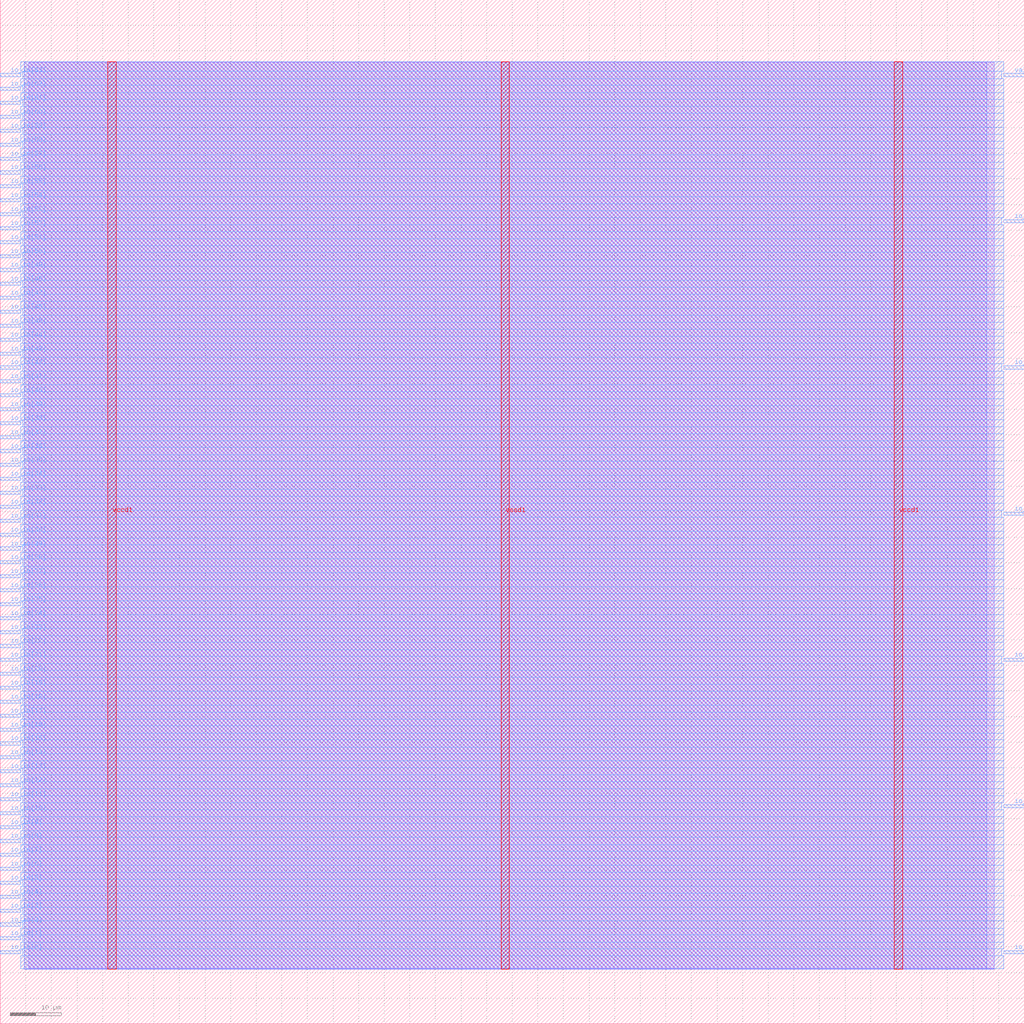
<source format=lef>
VERSION 5.7 ;
  NOWIREEXTENSIONATPIN ON ;
  DIVIDERCHAR "/" ;
  BUSBITCHARS "[]" ;
MACRO encoder_proj
  CLASS BLOCK ;
  FOREIGN encoder_proj ;
  ORIGIN 0.000 0.000 ;
  SIZE 200.000 BY 200.000 ;
  PIN io_in[0]
    DIRECTION INPUT ;
    USE SIGNAL ;
    ANTENNAGATEAREA 0.196500 ;
    PORT
      LAYER met3 ;
        RECT 0.000 13.640 4.000 14.240 ;
    END
  END io_in[0]
  PIN io_in[10]
    DIRECTION INPUT ;
    USE SIGNAL ;
    ANTENNAGATEAREA 0.196500 ;
    PORT
      LAYER met3 ;
        RECT 0.000 40.840 4.000 41.440 ;
    END
  END io_in[10]
  PIN io_in[11]
    DIRECTION INPUT ;
    USE SIGNAL ;
    ANTENNAGATEAREA 0.196500 ;
    PORT
      LAYER met3 ;
        RECT 0.000 43.560 4.000 44.160 ;
    END
  END io_in[11]
  PIN io_in[12]
    DIRECTION INPUT ;
    USE SIGNAL ;
    ANTENNAGATEAREA 0.196500 ;
    PORT
      LAYER met3 ;
        RECT 0.000 46.280 4.000 46.880 ;
    END
  END io_in[12]
  PIN io_in[13]
    DIRECTION INPUT ;
    USE SIGNAL ;
    ANTENNAGATEAREA 0.196500 ;
    PORT
      LAYER met3 ;
        RECT 0.000 49.000 4.000 49.600 ;
    END
  END io_in[13]
  PIN io_in[14]
    DIRECTION INPUT ;
    USE SIGNAL ;
    ANTENNAGATEAREA 0.196500 ;
    PORT
      LAYER met3 ;
        RECT 0.000 51.720 4.000 52.320 ;
    END
  END io_in[14]
  PIN io_in[15]
    DIRECTION INPUT ;
    USE SIGNAL ;
    ANTENNAGATEAREA 0.196500 ;
    PORT
      LAYER met3 ;
        RECT 0.000 54.440 4.000 55.040 ;
    END
  END io_in[15]
  PIN io_in[16]
    DIRECTION INPUT ;
    USE SIGNAL ;
    ANTENNAGATEAREA 0.196500 ;
    PORT
      LAYER met3 ;
        RECT 0.000 57.160 4.000 57.760 ;
    END
  END io_in[16]
  PIN io_in[17]
    DIRECTION INPUT ;
    USE SIGNAL ;
    ANTENNAGATEAREA 0.196500 ;
    PORT
      LAYER met3 ;
        RECT 0.000 59.880 4.000 60.480 ;
    END
  END io_in[17]
  PIN io_in[18]
    DIRECTION INPUT ;
    USE SIGNAL ;
    ANTENNAGATEAREA 0.196500 ;
    PORT
      LAYER met3 ;
        RECT 0.000 62.600 4.000 63.200 ;
    END
  END io_in[18]
  PIN io_in[19]
    DIRECTION INPUT ;
    USE SIGNAL ;
    ANTENNAGATEAREA 0.196500 ;
    PORT
      LAYER met3 ;
        RECT 0.000 65.320 4.000 65.920 ;
    END
  END io_in[19]
  PIN io_in[1]
    DIRECTION INPUT ;
    USE SIGNAL ;
    ANTENNAGATEAREA 0.196500 ;
    PORT
      LAYER met3 ;
        RECT 0.000 16.360 4.000 16.960 ;
    END
  END io_in[1]
  PIN io_in[20]
    DIRECTION INPUT ;
    USE SIGNAL ;
    ANTENNAGATEAREA 0.196500 ;
    PORT
      LAYER met3 ;
        RECT 0.000 68.040 4.000 68.640 ;
    END
  END io_in[20]
  PIN io_in[21]
    DIRECTION INPUT ;
    USE SIGNAL ;
    ANTENNAGATEAREA 0.196500 ;
    PORT
      LAYER met3 ;
        RECT 0.000 70.760 4.000 71.360 ;
    END
  END io_in[21]
  PIN io_in[22]
    DIRECTION INPUT ;
    USE SIGNAL ;
    ANTENNAGATEAREA 0.196500 ;
    PORT
      LAYER met3 ;
        RECT 0.000 73.480 4.000 74.080 ;
    END
  END io_in[22]
  PIN io_in[23]
    DIRECTION INPUT ;
    USE SIGNAL ;
    ANTENNAGATEAREA 0.196500 ;
    PORT
      LAYER met3 ;
        RECT 0.000 76.200 4.000 76.800 ;
    END
  END io_in[23]
  PIN io_in[24]
    DIRECTION INPUT ;
    USE SIGNAL ;
    ANTENNAGATEAREA 0.196500 ;
    PORT
      LAYER met3 ;
        RECT 0.000 78.920 4.000 79.520 ;
    END
  END io_in[24]
  PIN io_in[25]
    DIRECTION INPUT ;
    USE SIGNAL ;
    ANTENNAGATEAREA 0.196500 ;
    PORT
      LAYER met3 ;
        RECT 0.000 81.640 4.000 82.240 ;
    END
  END io_in[25]
  PIN io_in[26]
    DIRECTION INPUT ;
    USE SIGNAL ;
    ANTENNAGATEAREA 0.196500 ;
    PORT
      LAYER met3 ;
        RECT 0.000 84.360 4.000 84.960 ;
    END
  END io_in[26]
  PIN io_in[27]
    DIRECTION INPUT ;
    USE SIGNAL ;
    ANTENNAGATEAREA 0.196500 ;
    PORT
      LAYER met3 ;
        RECT 0.000 87.080 4.000 87.680 ;
    END
  END io_in[27]
  PIN io_in[28]
    DIRECTION INPUT ;
    USE SIGNAL ;
    ANTENNAGATEAREA 0.196500 ;
    PORT
      LAYER met3 ;
        RECT 0.000 89.800 4.000 90.400 ;
    END
  END io_in[28]
  PIN io_in[29]
    DIRECTION INPUT ;
    USE SIGNAL ;
    ANTENNAGATEAREA 0.196500 ;
    PORT
      LAYER met3 ;
        RECT 0.000 92.520 4.000 93.120 ;
    END
  END io_in[29]
  PIN io_in[2]
    DIRECTION INPUT ;
    USE SIGNAL ;
    ANTENNAGATEAREA 0.196500 ;
    PORT
      LAYER met3 ;
        RECT 0.000 19.080 4.000 19.680 ;
    END
  END io_in[2]
  PIN io_in[30]
    DIRECTION INPUT ;
    USE SIGNAL ;
    ANTENNAGATEAREA 0.196500 ;
    PORT
      LAYER met3 ;
        RECT 0.000 95.240 4.000 95.840 ;
    END
  END io_in[30]
  PIN io_in[31]
    DIRECTION INPUT ;
    USE SIGNAL ;
    ANTENNAGATEAREA 0.196500 ;
    PORT
      LAYER met3 ;
        RECT 0.000 97.960 4.000 98.560 ;
    END
  END io_in[31]
  PIN io_in[32]
    DIRECTION INPUT ;
    USE SIGNAL ;
    ANTENNAGATEAREA 0.196500 ;
    PORT
      LAYER met3 ;
        RECT 0.000 100.680 4.000 101.280 ;
    END
  END io_in[32]
  PIN io_in[33]
    DIRECTION INPUT ;
    USE SIGNAL ;
    ANTENNAGATEAREA 0.196500 ;
    PORT
      LAYER met3 ;
        RECT 0.000 103.400 4.000 104.000 ;
    END
  END io_in[33]
  PIN io_in[34]
    DIRECTION INPUT ;
    USE SIGNAL ;
    ANTENNAGATEAREA 0.196500 ;
    PORT
      LAYER met3 ;
        RECT 0.000 106.120 4.000 106.720 ;
    END
  END io_in[34]
  PIN io_in[35]
    DIRECTION INPUT ;
    USE SIGNAL ;
    ANTENNAGATEAREA 0.196500 ;
    PORT
      LAYER met3 ;
        RECT 0.000 108.840 4.000 109.440 ;
    END
  END io_in[35]
  PIN io_in[36]
    DIRECTION INPUT ;
    USE SIGNAL ;
    ANTENNAGATEAREA 0.196500 ;
    PORT
      LAYER met3 ;
        RECT 0.000 111.560 4.000 112.160 ;
    END
  END io_in[36]
  PIN io_in[37]
    DIRECTION INPUT ;
    USE SIGNAL ;
    ANTENNAGATEAREA 0.196500 ;
    PORT
      LAYER met3 ;
        RECT 0.000 114.280 4.000 114.880 ;
    END
  END io_in[37]
  PIN io_in[38]
    DIRECTION INPUT ;
    USE SIGNAL ;
    ANTENNAGATEAREA 0.196500 ;
    PORT
      LAYER met3 ;
        RECT 0.000 117.000 4.000 117.600 ;
    END
  END io_in[38]
  PIN io_in[39]
    DIRECTION INPUT ;
    USE SIGNAL ;
    ANTENNAGATEAREA 0.196500 ;
    PORT
      LAYER met3 ;
        RECT 0.000 119.720 4.000 120.320 ;
    END
  END io_in[39]
  PIN io_in[3]
    DIRECTION INPUT ;
    USE SIGNAL ;
    ANTENNAGATEAREA 0.196500 ;
    PORT
      LAYER met3 ;
        RECT 0.000 21.800 4.000 22.400 ;
    END
  END io_in[3]
  PIN io_in[40]
    DIRECTION INPUT ;
    USE SIGNAL ;
    ANTENNAGATEAREA 0.196500 ;
    PORT
      LAYER met3 ;
        RECT 0.000 122.440 4.000 123.040 ;
    END
  END io_in[40]
  PIN io_in[41]
    DIRECTION INPUT ;
    USE SIGNAL ;
    ANTENNAGATEAREA 0.196500 ;
    PORT
      LAYER met3 ;
        RECT 0.000 125.160 4.000 125.760 ;
    END
  END io_in[41]
  PIN io_in[42]
    DIRECTION INPUT ;
    USE SIGNAL ;
    ANTENNAGATEAREA 0.196500 ;
    PORT
      LAYER met3 ;
        RECT 0.000 127.880 4.000 128.480 ;
    END
  END io_in[42]
  PIN io_in[43]
    DIRECTION INPUT ;
    USE SIGNAL ;
    ANTENNAGATEAREA 0.196500 ;
    PORT
      LAYER met3 ;
        RECT 0.000 130.600 4.000 131.200 ;
    END
  END io_in[43]
  PIN io_in[44]
    DIRECTION INPUT ;
    USE SIGNAL ;
    ANTENNAGATEAREA 0.196500 ;
    PORT
      LAYER met3 ;
        RECT 0.000 133.320 4.000 133.920 ;
    END
  END io_in[44]
  PIN io_in[45]
    DIRECTION INPUT ;
    USE SIGNAL ;
    ANTENNAGATEAREA 0.196500 ;
    PORT
      LAYER met3 ;
        RECT 0.000 136.040 4.000 136.640 ;
    END
  END io_in[45]
  PIN io_in[46]
    DIRECTION INPUT ;
    USE SIGNAL ;
    ANTENNAGATEAREA 0.196500 ;
    PORT
      LAYER met3 ;
        RECT 0.000 138.760 4.000 139.360 ;
    END
  END io_in[46]
  PIN io_in[47]
    DIRECTION INPUT ;
    USE SIGNAL ;
    ANTENNAGATEAREA 0.196500 ;
    PORT
      LAYER met3 ;
        RECT 0.000 141.480 4.000 142.080 ;
    END
  END io_in[47]
  PIN io_in[48]
    DIRECTION INPUT ;
    USE SIGNAL ;
    ANTENNAGATEAREA 0.196500 ;
    PORT
      LAYER met3 ;
        RECT 0.000 144.200 4.000 144.800 ;
    END
  END io_in[48]
  PIN io_in[49]
    DIRECTION INPUT ;
    USE SIGNAL ;
    ANTENNAGATEAREA 0.196500 ;
    PORT
      LAYER met3 ;
        RECT 0.000 146.920 4.000 147.520 ;
    END
  END io_in[49]
  PIN io_in[4]
    DIRECTION INPUT ;
    USE SIGNAL ;
    ANTENNAGATEAREA 0.196500 ;
    PORT
      LAYER met3 ;
        RECT 0.000 24.520 4.000 25.120 ;
    END
  END io_in[4]
  PIN io_in[50]
    DIRECTION INPUT ;
    USE SIGNAL ;
    ANTENNAGATEAREA 0.196500 ;
    PORT
      LAYER met3 ;
        RECT 0.000 149.640 4.000 150.240 ;
    END
  END io_in[50]
  PIN io_in[51]
    DIRECTION INPUT ;
    USE SIGNAL ;
    ANTENNAGATEAREA 0.196500 ;
    PORT
      LAYER met3 ;
        RECT 0.000 152.360 4.000 152.960 ;
    END
  END io_in[51]
  PIN io_in[52]
    DIRECTION INPUT ;
    USE SIGNAL ;
    ANTENNAGATEAREA 0.196500 ;
    PORT
      LAYER met3 ;
        RECT 0.000 155.080 4.000 155.680 ;
    END
  END io_in[52]
  PIN io_in[53]
    DIRECTION INPUT ;
    USE SIGNAL ;
    ANTENNAGATEAREA 0.196500 ;
    PORT
      LAYER met3 ;
        RECT 0.000 157.800 4.000 158.400 ;
    END
  END io_in[53]
  PIN io_in[54]
    DIRECTION INPUT ;
    USE SIGNAL ;
    ANTENNAGATEAREA 0.196500 ;
    PORT
      LAYER met3 ;
        RECT 0.000 160.520 4.000 161.120 ;
    END
  END io_in[54]
  PIN io_in[55]
    DIRECTION INPUT ;
    USE SIGNAL ;
    ANTENNAGATEAREA 0.196500 ;
    PORT
      LAYER met3 ;
        RECT 0.000 163.240 4.000 163.840 ;
    END
  END io_in[55]
  PIN io_in[56]
    DIRECTION INPUT ;
    USE SIGNAL ;
    ANTENNAGATEAREA 0.196500 ;
    PORT
      LAYER met3 ;
        RECT 0.000 165.960 4.000 166.560 ;
    END
  END io_in[56]
  PIN io_in[57]
    DIRECTION INPUT ;
    USE SIGNAL ;
    ANTENNAGATEAREA 0.196500 ;
    PORT
      LAYER met3 ;
        RECT 0.000 168.680 4.000 169.280 ;
    END
  END io_in[57]
  PIN io_in[58]
    DIRECTION INPUT ;
    USE SIGNAL ;
    ANTENNAGATEAREA 0.196500 ;
    PORT
      LAYER met3 ;
        RECT 0.000 171.400 4.000 172.000 ;
    END
  END io_in[58]
  PIN io_in[59]
    DIRECTION INPUT ;
    USE SIGNAL ;
    ANTENNAGATEAREA 0.196500 ;
    PORT
      LAYER met3 ;
        RECT 0.000 174.120 4.000 174.720 ;
    END
  END io_in[59]
  PIN io_in[5]
    DIRECTION INPUT ;
    USE SIGNAL ;
    ANTENNAGATEAREA 0.196500 ;
    PORT
      LAYER met3 ;
        RECT 0.000 27.240 4.000 27.840 ;
    END
  END io_in[5]
  PIN io_in[60]
    DIRECTION INPUT ;
    USE SIGNAL ;
    ANTENNAGATEAREA 0.196500 ;
    PORT
      LAYER met3 ;
        RECT 0.000 176.840 4.000 177.440 ;
    END
  END io_in[60]
  PIN io_in[61]
    DIRECTION INPUT ;
    USE SIGNAL ;
    ANTENNAGATEAREA 0.196500 ;
    PORT
      LAYER met3 ;
        RECT 0.000 179.560 4.000 180.160 ;
    END
  END io_in[61]
  PIN io_in[62]
    DIRECTION INPUT ;
    USE SIGNAL ;
    ANTENNAGATEAREA 0.126000 ;
    PORT
      LAYER met3 ;
        RECT 0.000 182.280 4.000 182.880 ;
    END
  END io_in[62]
  PIN io_in[63]
    DIRECTION INPUT ;
    USE SIGNAL ;
    ANTENNAGATEAREA 0.196500 ;
    PORT
      LAYER met3 ;
        RECT 0.000 185.000 4.000 185.600 ;
    END
  END io_in[63]
  PIN io_in[6]
    DIRECTION INPUT ;
    USE SIGNAL ;
    ANTENNAGATEAREA 0.196500 ;
    PORT
      LAYER met3 ;
        RECT 0.000 29.960 4.000 30.560 ;
    END
  END io_in[6]
  PIN io_in[7]
    DIRECTION INPUT ;
    USE SIGNAL ;
    ANTENNAGATEAREA 0.196500 ;
    PORT
      LAYER met3 ;
        RECT 0.000 32.680 4.000 33.280 ;
    END
  END io_in[7]
  PIN io_in[8]
    DIRECTION INPUT ;
    USE SIGNAL ;
    ANTENNAGATEAREA 0.196500 ;
    PORT
      LAYER met3 ;
        RECT 0.000 35.400 4.000 36.000 ;
    END
  END io_in[8]
  PIN io_in[9]
    DIRECTION INPUT ;
    USE SIGNAL ;
    ANTENNAGATEAREA 0.196500 ;
    PORT
      LAYER met3 ;
        RECT 0.000 38.120 4.000 38.720 ;
    END
  END io_in[9]
  PIN io_out[0]
    DIRECTION OUTPUT TRISTATE ;
    USE SIGNAL ;
    ANTENNADIFFAREA 0.795200 ;
    PORT
      LAYER met3 ;
        RECT 196.000 13.640 200.000 14.240 ;
    END
  END io_out[0]
  PIN io_out[1]
    DIRECTION OUTPUT TRISTATE ;
    USE SIGNAL ;
    ANTENNADIFFAREA 0.795200 ;
    PORT
      LAYER met3 ;
        RECT 196.000 42.200 200.000 42.800 ;
    END
  END io_out[1]
  PIN io_out[2]
    DIRECTION OUTPUT TRISTATE ;
    USE SIGNAL ;
    ANTENNADIFFAREA 0.445500 ;
    PORT
      LAYER met3 ;
        RECT 196.000 70.760 200.000 71.360 ;
    END
  END io_out[2]
  PIN io_out[3]
    DIRECTION OUTPUT TRISTATE ;
    USE SIGNAL ;
    ANTENNADIFFAREA 0.795200 ;
    PORT
      LAYER met3 ;
        RECT 196.000 99.320 200.000 99.920 ;
    END
  END io_out[3]
  PIN io_out[4]
    DIRECTION OUTPUT TRISTATE ;
    USE SIGNAL ;
    ANTENNADIFFAREA 0.445500 ;
    PORT
      LAYER met3 ;
        RECT 196.000 127.880 200.000 128.480 ;
    END
  END io_out[4]
  PIN io_out[5]
    DIRECTION OUTPUT TRISTATE ;
    USE SIGNAL ;
    ANTENNADIFFAREA 0.795200 ;
    PORT
      LAYER met3 ;
        RECT 196.000 156.440 200.000 157.040 ;
    END
  END io_out[5]
  PIN valid
    DIRECTION OUTPUT TRISTATE ;
    USE SIGNAL ;
    ANTENNADIFFAREA 0.795200 ;
    PORT
      LAYER met3 ;
        RECT 196.000 185.000 200.000 185.600 ;
    END
  END valid
  PIN vccd1
    DIRECTION INOUT ;
    USE POWER ;
    PORT
      LAYER met4 ;
        RECT 21.040 10.640 22.640 187.920 ;
    END
    PORT
      LAYER met4 ;
        RECT 174.640 10.640 176.240 187.920 ;
    END
  END vccd1
  PIN vssd1
    DIRECTION INOUT ;
    USE GROUND ;
    PORT
      LAYER met4 ;
        RECT 97.840 10.640 99.440 187.920 ;
    END
  END vssd1
  OBS
      LAYER li1 ;
        RECT 5.520 10.795 194.120 187.765 ;
      LAYER met1 ;
        RECT 4.670 10.640 194.120 187.920 ;
      LAYER met2 ;
        RECT 4.690 10.695 192.650 187.865 ;
      LAYER met3 ;
        RECT 3.990 186.000 196.000 187.845 ;
        RECT 4.400 184.600 195.600 186.000 ;
        RECT 3.990 183.280 196.000 184.600 ;
        RECT 4.400 181.880 196.000 183.280 ;
        RECT 3.990 180.560 196.000 181.880 ;
        RECT 4.400 179.160 196.000 180.560 ;
        RECT 3.990 177.840 196.000 179.160 ;
        RECT 4.400 176.440 196.000 177.840 ;
        RECT 3.990 175.120 196.000 176.440 ;
        RECT 4.400 173.720 196.000 175.120 ;
        RECT 3.990 172.400 196.000 173.720 ;
        RECT 4.400 171.000 196.000 172.400 ;
        RECT 3.990 169.680 196.000 171.000 ;
        RECT 4.400 168.280 196.000 169.680 ;
        RECT 3.990 166.960 196.000 168.280 ;
        RECT 4.400 165.560 196.000 166.960 ;
        RECT 3.990 164.240 196.000 165.560 ;
        RECT 4.400 162.840 196.000 164.240 ;
        RECT 3.990 161.520 196.000 162.840 ;
        RECT 4.400 160.120 196.000 161.520 ;
        RECT 3.990 158.800 196.000 160.120 ;
        RECT 4.400 157.440 196.000 158.800 ;
        RECT 4.400 157.400 195.600 157.440 ;
        RECT 3.990 156.080 195.600 157.400 ;
        RECT 4.400 156.040 195.600 156.080 ;
        RECT 4.400 154.680 196.000 156.040 ;
        RECT 3.990 153.360 196.000 154.680 ;
        RECT 4.400 151.960 196.000 153.360 ;
        RECT 3.990 150.640 196.000 151.960 ;
        RECT 4.400 149.240 196.000 150.640 ;
        RECT 3.990 147.920 196.000 149.240 ;
        RECT 4.400 146.520 196.000 147.920 ;
        RECT 3.990 145.200 196.000 146.520 ;
        RECT 4.400 143.800 196.000 145.200 ;
        RECT 3.990 142.480 196.000 143.800 ;
        RECT 4.400 141.080 196.000 142.480 ;
        RECT 3.990 139.760 196.000 141.080 ;
        RECT 4.400 138.360 196.000 139.760 ;
        RECT 3.990 137.040 196.000 138.360 ;
        RECT 4.400 135.640 196.000 137.040 ;
        RECT 3.990 134.320 196.000 135.640 ;
        RECT 4.400 132.920 196.000 134.320 ;
        RECT 3.990 131.600 196.000 132.920 ;
        RECT 4.400 130.200 196.000 131.600 ;
        RECT 3.990 128.880 196.000 130.200 ;
        RECT 4.400 127.480 195.600 128.880 ;
        RECT 3.990 126.160 196.000 127.480 ;
        RECT 4.400 124.760 196.000 126.160 ;
        RECT 3.990 123.440 196.000 124.760 ;
        RECT 4.400 122.040 196.000 123.440 ;
        RECT 3.990 120.720 196.000 122.040 ;
        RECT 4.400 119.320 196.000 120.720 ;
        RECT 3.990 118.000 196.000 119.320 ;
        RECT 4.400 116.600 196.000 118.000 ;
        RECT 3.990 115.280 196.000 116.600 ;
        RECT 4.400 113.880 196.000 115.280 ;
        RECT 3.990 112.560 196.000 113.880 ;
        RECT 4.400 111.160 196.000 112.560 ;
        RECT 3.990 109.840 196.000 111.160 ;
        RECT 4.400 108.440 196.000 109.840 ;
        RECT 3.990 107.120 196.000 108.440 ;
        RECT 4.400 105.720 196.000 107.120 ;
        RECT 3.990 104.400 196.000 105.720 ;
        RECT 4.400 103.000 196.000 104.400 ;
        RECT 3.990 101.680 196.000 103.000 ;
        RECT 4.400 100.320 196.000 101.680 ;
        RECT 4.400 100.280 195.600 100.320 ;
        RECT 3.990 98.960 195.600 100.280 ;
        RECT 4.400 98.920 195.600 98.960 ;
        RECT 4.400 97.560 196.000 98.920 ;
        RECT 3.990 96.240 196.000 97.560 ;
        RECT 4.400 94.840 196.000 96.240 ;
        RECT 3.990 93.520 196.000 94.840 ;
        RECT 4.400 92.120 196.000 93.520 ;
        RECT 3.990 90.800 196.000 92.120 ;
        RECT 4.400 89.400 196.000 90.800 ;
        RECT 3.990 88.080 196.000 89.400 ;
        RECT 4.400 86.680 196.000 88.080 ;
        RECT 3.990 85.360 196.000 86.680 ;
        RECT 4.400 83.960 196.000 85.360 ;
        RECT 3.990 82.640 196.000 83.960 ;
        RECT 4.400 81.240 196.000 82.640 ;
        RECT 3.990 79.920 196.000 81.240 ;
        RECT 4.400 78.520 196.000 79.920 ;
        RECT 3.990 77.200 196.000 78.520 ;
        RECT 4.400 75.800 196.000 77.200 ;
        RECT 3.990 74.480 196.000 75.800 ;
        RECT 4.400 73.080 196.000 74.480 ;
        RECT 3.990 71.760 196.000 73.080 ;
        RECT 4.400 70.360 195.600 71.760 ;
        RECT 3.990 69.040 196.000 70.360 ;
        RECT 4.400 67.640 196.000 69.040 ;
        RECT 3.990 66.320 196.000 67.640 ;
        RECT 4.400 64.920 196.000 66.320 ;
        RECT 3.990 63.600 196.000 64.920 ;
        RECT 4.400 62.200 196.000 63.600 ;
        RECT 3.990 60.880 196.000 62.200 ;
        RECT 4.400 59.480 196.000 60.880 ;
        RECT 3.990 58.160 196.000 59.480 ;
        RECT 4.400 56.760 196.000 58.160 ;
        RECT 3.990 55.440 196.000 56.760 ;
        RECT 4.400 54.040 196.000 55.440 ;
        RECT 3.990 52.720 196.000 54.040 ;
        RECT 4.400 51.320 196.000 52.720 ;
        RECT 3.990 50.000 196.000 51.320 ;
        RECT 4.400 48.600 196.000 50.000 ;
        RECT 3.990 47.280 196.000 48.600 ;
        RECT 4.400 45.880 196.000 47.280 ;
        RECT 3.990 44.560 196.000 45.880 ;
        RECT 4.400 43.200 196.000 44.560 ;
        RECT 4.400 43.160 195.600 43.200 ;
        RECT 3.990 41.840 195.600 43.160 ;
        RECT 4.400 41.800 195.600 41.840 ;
        RECT 4.400 40.440 196.000 41.800 ;
        RECT 3.990 39.120 196.000 40.440 ;
        RECT 4.400 37.720 196.000 39.120 ;
        RECT 3.990 36.400 196.000 37.720 ;
        RECT 4.400 35.000 196.000 36.400 ;
        RECT 3.990 33.680 196.000 35.000 ;
        RECT 4.400 32.280 196.000 33.680 ;
        RECT 3.990 30.960 196.000 32.280 ;
        RECT 4.400 29.560 196.000 30.960 ;
        RECT 3.990 28.240 196.000 29.560 ;
        RECT 4.400 26.840 196.000 28.240 ;
        RECT 3.990 25.520 196.000 26.840 ;
        RECT 4.400 24.120 196.000 25.520 ;
        RECT 3.990 22.800 196.000 24.120 ;
        RECT 4.400 21.400 196.000 22.800 ;
        RECT 3.990 20.080 196.000 21.400 ;
        RECT 4.400 18.680 196.000 20.080 ;
        RECT 3.990 17.360 196.000 18.680 ;
        RECT 4.400 15.960 196.000 17.360 ;
        RECT 3.990 14.640 196.000 15.960 ;
        RECT 4.400 13.240 195.600 14.640 ;
        RECT 3.990 10.715 196.000 13.240 ;
  END
END encoder_proj
END LIBRARY


</source>
